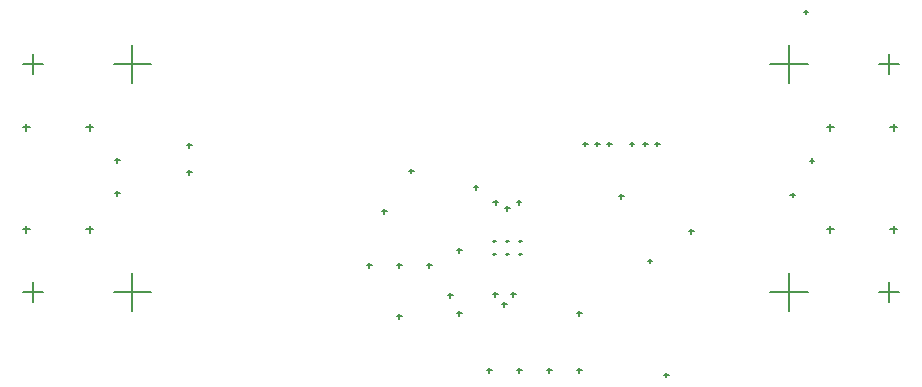
<source format=gbr>
%TF.GenerationSoftware,Altium Limited,CircuitMaker,2.0.2 (2.0.2.40)*%
G04 Layer_Color=128*
%FSLAX25Y25*%
%MOIN*%
%TF.SameCoordinates,4CCF3E00-E941-4990-BDAE-273065C54DFB*%
%TF.FilePolarity,Positive*%
%TF.FileFunction,Drillmap*%
%TF.Part,Single*%
G01*
G75*
%TA.AperFunction,NonConductor*%
%ADD80C,0.00500*%
D80*
X137213Y141008D02*
X149811D01*
X143512Y134709D02*
Y147307D01*
X137213Y216992D02*
X149811D01*
X143512Y210693D02*
Y223291D01*
X356189Y141008D02*
X368787D01*
X362488Y134709D02*
Y147307D01*
X356189Y216992D02*
X368787D01*
X362488Y210693D02*
Y223291D01*
X392370Y141008D02*
X399063D01*
X395717Y137661D02*
Y144354D01*
X106937Y141008D02*
X113630D01*
X110284Y137661D02*
Y144354D01*
X106937Y216992D02*
X113630D01*
X110284Y213646D02*
Y220339D01*
X392370Y216992D02*
X399063D01*
X395717Y213646D02*
Y220339D01*
X396118Y196008D02*
X398480D01*
X397299Y194827D02*
Y197189D01*
X396118Y161992D02*
X398480D01*
X397299Y160811D02*
Y163173D01*
X375016Y196008D02*
X377378D01*
X376197Y194827D02*
Y197189D01*
X375016Y161992D02*
X377378D01*
X376197Y160811D02*
Y163173D01*
X107020Y161992D02*
X109382D01*
X108201Y160811D02*
Y163173D01*
X107020Y196008D02*
X109382D01*
X108201Y194827D02*
Y197189D01*
X128122Y161992D02*
X130484D01*
X129303Y160811D02*
Y163173D01*
X128122Y196008D02*
X130484D01*
X129303Y194827D02*
Y197189D01*
X226750Y168000D02*
X228250D01*
X227500Y167250D02*
Y168750D01*
X271687Y170937D02*
X273187D01*
X272437Y170187D02*
Y171687D01*
X263813Y171000D02*
X265313D01*
X264563Y170250D02*
Y171750D01*
X267750Y169000D02*
X269250D01*
X268500Y168250D02*
Y169750D01*
X257250Y176000D02*
X258750D01*
X258000Y175250D02*
Y176750D01*
X231750Y133000D02*
X233250D01*
X232500Y132250D02*
Y133750D01*
X248750Y140000D02*
X250250D01*
X249500Y139250D02*
Y140750D01*
X271750Y115000D02*
X273250D01*
X272500Y114250D02*
Y115750D01*
X266750Y137000D02*
X268250D01*
X267500Y136250D02*
Y137750D01*
X281750Y115000D02*
X283250D01*
X282500Y114250D02*
Y115750D01*
X251750Y134000D02*
X253250D01*
X252500Y133250D02*
Y134750D01*
X251750Y155000D02*
X253250D01*
X252500Y154250D02*
Y155750D01*
X241750Y150000D02*
X243250D01*
X242500Y149250D02*
Y150750D01*
X231750Y150000D02*
X233250D01*
X232500Y149250D02*
Y150750D01*
X221750Y150000D02*
X223250D01*
X222500Y149250D02*
Y150750D01*
X272437Y158000D02*
X273224D01*
X272831Y157606D02*
Y158394D01*
X272437Y153669D02*
X273224D01*
X272831Y153276D02*
Y154063D01*
X268106Y158000D02*
X268894D01*
X268500Y157606D02*
Y158394D01*
X268106Y153669D02*
X268894D01*
X268500Y153276D02*
Y154063D01*
X263776Y158000D02*
X264563D01*
X264169Y157606D02*
Y158394D01*
X263776Y153669D02*
X264563D01*
X264169Y153276D02*
Y154063D01*
X263750Y140335D02*
X265250D01*
X264500Y139585D02*
Y141085D01*
X269750Y140335D02*
X271250D01*
X270500Y139585D02*
Y141085D01*
X261750Y115000D02*
X263250D01*
X262500Y114250D02*
Y115750D01*
X329081Y161331D02*
X330581D01*
X329831Y160581D02*
Y162081D01*
X293750Y190500D02*
X295250D01*
X294500Y189750D02*
Y191250D01*
X301750Y190500D02*
X303250D01*
X302500Y189750D02*
Y191250D01*
X297750Y190500D02*
X299250D01*
X298500Y189750D02*
Y191250D01*
X317750Y190500D02*
X319250D01*
X318500Y189750D02*
Y191250D01*
X313750Y190500D02*
X315250D01*
X314500Y189750D02*
Y191250D01*
X309250Y190500D02*
X310750D01*
X310000Y189750D02*
Y191250D01*
X315250Y151500D02*
X316750D01*
X316000Y150750D02*
Y152250D01*
X305750Y173000D02*
X307250D01*
X306500Y172250D02*
Y173750D01*
X291750Y134000D02*
X293250D01*
X292500Y133250D02*
Y134750D01*
X291750Y115000D02*
X293250D01*
X292500Y114250D02*
Y115750D01*
X320750Y113500D02*
X322250D01*
X321500Y112750D02*
Y114250D01*
X235750Y181500D02*
X237250D01*
X236500Y180750D02*
Y182250D01*
X367250Y234500D02*
X368750D01*
X368000Y233750D02*
Y235250D01*
X369344Y184906D02*
X370845D01*
X370094Y184155D02*
Y185655D01*
X362860Y173390D02*
X364360D01*
X363610Y172640D02*
Y174140D01*
X161750Y181000D02*
X163250D01*
X162500Y180250D02*
Y181750D01*
X161750Y190000D02*
X163250D01*
X162500Y189250D02*
Y190750D01*
X137750Y174000D02*
X139250D01*
X138500Y173250D02*
Y174750D01*
X137750Y185000D02*
X139250D01*
X138500Y184250D02*
Y185750D01*
%TF.MD5,9f40e41f40680389350a553dd59ea677*%
M02*

</source>
